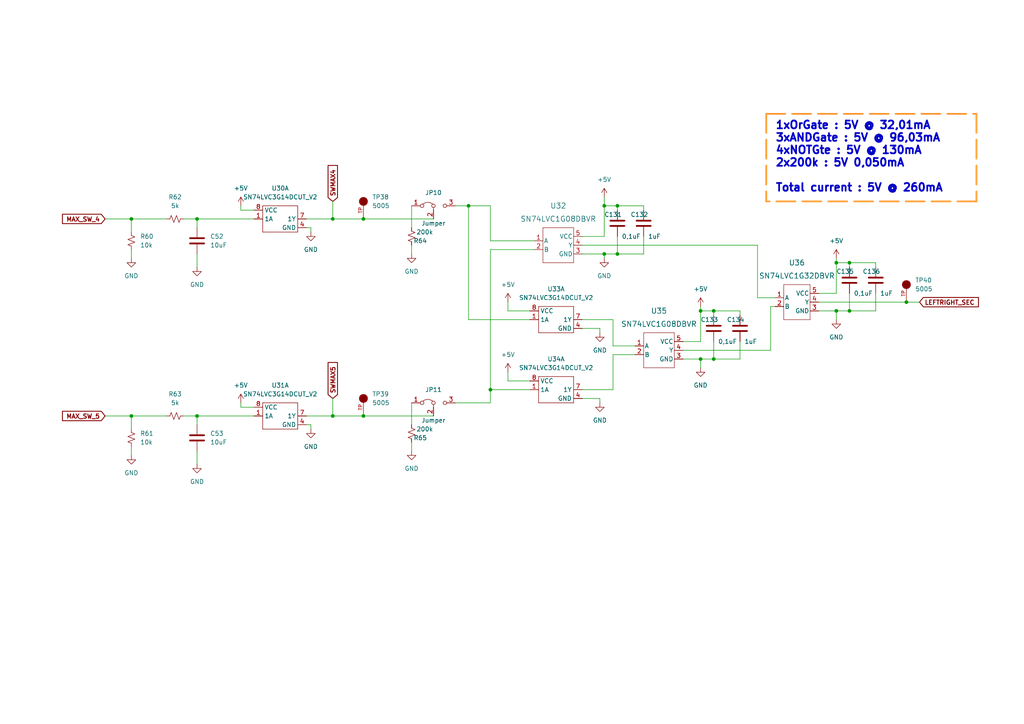
<source format=kicad_sch>
(kicad_sch (version 20211123) (generator eeschema)
  (paper "A4")
  (lib_symbols
    (symbol "Device:C" (pin_numbers hide) (pin_names (offset 0.254))
      (property "Reference" "C" (at 0.635 2.54 0))
      (property "Value" "C" (at 0.635 -2.54 0))
      (symbol "C_0_1"
        (polyline (pts (xy -2.032 -0.762) (xy 2.032 -0.762)) (stroke (width 0.508)))
        (polyline (pts (xy -2.032 0.762) (xy 2.032 0.762)) (stroke (width 0.508)))
      )
      (symbol "C_1_1"
        (pin passive line (at 0 3.81 270) (length 2.794) (name "~") (number "1"))
        (pin passive line (at 0 -3.81 90) (length 2.794) (name "~") (number "2"))
      )
    )
    (symbol "Device:R_Small_US" (pin_numbers hide) (pin_names (offset 0.254) hide)
      (property "Reference" "R" (at 0.762 0.508 0))
      (property "Value" "R_Small_US" (at 0.762 -1.016 0))
      (symbol "R_Small_US_1_1"
        (polyline (pts (xy 0 0) (xy 1.016 -0.381) (xy 0 -0.762) (xy -1.016 -1.143) (xy 0 -1.524)))
        (polyline (pts (xy 0 1.524) (xy 1.016 1.143) (xy 0 0.762) (xy -1.016 0.381) (xy 0 0)))
        (pin passive line (at 0 2.54 270) (length 1.016) (name "~") (number "1"))
        (pin passive line (at 0 -2.54 90) (length 1.016) (name "~") (number "2"))
      )
    )
    (symbol "Jumper:Jumper_3_Bridged12" (pin_names (offset 0) hide)
      (property "Reference" "JP" (at -2.54 -2.54 0))
      (property "Value" "Jumper_3_Bridged12" (at 0 2.794 0))
      (symbol "Jumper_3_Bridged12_0_0"
        (circle (center -3.302 0) (radius 0.508))
        (circle (center 0 0) (radius 0.508))
        (circle (center 3.302 0) (radius 0.508))
      )
      (symbol "Jumper_3_Bridged12_0_1"
        (arc (start -0.254 0.508) (mid -1.651 0.9912) (end -3.048 0.508))
        (polyline (pts (xy 0 -1.27) (xy 0 -0.508)))
      )
      (symbol "Jumper_3_Bridged12_1_1"
        (pin passive line (at -6.35 0 0) (length 2.54) (name "A") (number "1"))
        (pin passive line (at 0 -3.81 90) (length 2.54) (name "C") (number "2"))
        (pin passive line (at 6.35 0 180) (length 2.54) (name "B") (number "3"))
      )
    )
    (symbol "SymLib:5005" (pin_names (offset 1.016))
      (property "Reference" "TP" (at -2.54 2.54 0))
      (property "Value" "5005" (at -2.54 -3.81 0))
      (symbol "5005_0_0"
        (circle (center 0 0) (radius 0.635) (stroke (width 1.27)))
        (pin passive line (at -5.08 0 0) (length 5.08) (name "~") (number "TP"))
      )
    )
    (symbol "SymLib:SN74LVC1G08DBVR" (pin_names (offset 0.254))
      (property "Reference" "U" (at 25.4 10.16 0))
      (property "Value" "SN74LVC1G08DBVR" (at 25.4 7.62 0))
      (symbol "SN74LVC1G08DBVR_0_1"
        (polyline (pts (xy 20.32 -7.62) (xy 29.21 -7.62)) (stroke (width 0.127)))
        (polyline (pts (xy 20.32 2.54) (xy 20.32 -7.62)) (stroke (width 0.127)))
        (polyline (pts (xy 29.21 -7.62) (xy 29.21 2.54)) (stroke (width 0.127)))
        (polyline (pts (xy 29.21 2.54) (xy 20.32 2.54)) (stroke (width 0.127)))
        (pin input line (at 17.78 -1.27 0) (length 2.54) (name "A") (number "1"))
        (pin input line (at 17.78 -3.81 0) (length 2.54) (name "B") (number "2"))
        (pin power_in line (at 31.75 -5.08 180) (length 2.54) (name "GND") (number "3"))
        (pin output line (at 31.75 -2.54 180) (length 2.54) (name "Y") (number "4"))
        (pin power_in line (at 31.75 0 180) (length 2.54) (name "VCC") (number "5"))
      )
    )
    (symbol "SymLib:SN74LVC1G32DBVR" (pin_names (offset 0.254))
      (property "Reference" "U" (at 25.4 10.16 0))
      (property "Value" "SN74LVC1G32DBVR" (at 25.4 7.62 0))
      (symbol "SN74LVC1G32DBVR_0_1"
        (polyline (pts (xy 21.59 -7.62) (xy 29.21 -7.62)) (stroke (width 0.127)))
        (polyline (pts (xy 21.59 2.54) (xy 21.59 -7.62)) (stroke (width 0.127)))
        (polyline (pts (xy 29.21 -7.62) (xy 29.21 2.54)) (stroke (width 0.127)))
        (polyline (pts (xy 29.21 2.54) (xy 21.59 2.54)) (stroke (width 0.127)))
        (pin input line (at 19.05 -1.27 0) (length 2.54) (name "A") (number "1"))
        (pin input line (at 19.05 -3.81 0) (length 2.54) (name "B") (number "2"))
        (pin power_in line (at 31.75 -5.08 180) (length 2.54) (name "GND") (number "3"))
        (pin output line (at 31.75 -2.54 180) (length 2.54) (name "Y") (number "4"))
        (pin power_in line (at 31.75 0 180) (length 2.54) (name "VCC") (number "5"))
      )
    )
    (symbol "SymLib:SN74LVC3G14DCUT_V2"
      (property "Reference" "U" (at -3.81 5.08 0))
      (property "Value" "SN74LVC3G14DCUT_V2" (at 0 -5.08 0))
      (symbol "SN74LVC3G14DCUT_V2_0_1"
        (rectangle (start -5.08 -3.81) (end 5.08 -3.81))
        (rectangle (start -5.08 3.81) (end -5.08 -3.81))
        (rectangle (start -5.08 3.81) (end 5.08 3.81))
        (rectangle (start 5.08 3.81) (end 5.08 -3.81))
      )
      (symbol "SN74LVC3G14DCUT_V2_1_1"
        (pin bidirectional line (at -7.62 0 0) (length 2.54) (name "1A") (number "1"))
        (pin bidirectional line (at 7.62 -2.54 180) (length 2.54) (name "GND") (number "4"))
        (pin output line (at 7.62 0 180) (length 2.54) (name "1Y") (number "7"))
        (pin bidirectional line (at -7.62 2.54 0) (length 2.54) (name "VCC") (number "8"))
      )
      (symbol "SN74LVC3G14DCUT_V2_2_1"
        (pin bidirectional line (at -7.62 0 0) (length 2.54) (name "2A") (number "3"))
        (pin output line (at 7.62 0 180) (length 2.54) (name "2Y") (number "5"))
      )
      (symbol "SN74LVC3G14DCUT_V2_3_1"
        (pin output line (at 7.62 0 180) (length 2.54) (name "3Y") (number "2"))
        (pin bidirectional line (at -7.62 0 0) (length 2.54) (name "3A") (number "6"))
      )
    )
    (symbol "power:+5V" (power) (pin_names (offset 0))
      (property "Value" "+5V" (at 0 3.556 0))
      (symbol "+5V_0_1"
        (polyline (pts (xy -0.762 1.27) (xy 0 2.54)))
        (polyline (pts (xy 0 0) (xy 0 2.54)))
        (polyline (pts (xy 0 2.54) (xy 0.762 1.27)))
      )
      (symbol "+5V_1_1"
        (pin power_in line (at 0 0 90) (length 0) hide (name "+5V") (number "1"))
      )
    )
    (symbol "power:GND" (power) (pin_names (offset 0))
      (property "Value" "GND" (at 0 -3.81 0))
      (symbol "GND_0_1"
        (polyline (pts (xy 0 0) (xy 0 -1.27) (xy 1.27 -1.27) (xy 0 -2.54) (xy -1.27 -1.27) (xy 0 -1.27)))
      )
      (symbol "GND_1_1"
        (pin power_in line (at 0 0 270) (length 0) hide (name "GND") (number "1"))
      )
    )
  )
  (junction (at 38.1 63.5))
  (junction (at 38.1 120.65))
  (junction (at 246.38 90.17))
  (junction (at 179.07 59.69))
  (junction (at 203.2 104.14))
  (junction (at 203.2 90.17))
  (junction (at 96.52 120.65))
  (junction (at 242.57 76.2))
  (junction (at 175.26 73.66))
  (junction (at 207.01 104.14))
  (junction (at 262.89 87.63))
  (junction (at 175.26 59.69))
  (junction (at 207.01 90.17))
  (junction (at 135.89 59.69))
  (junction (at 57.15 120.65))
  (junction (at 57.15 63.5))
  (junction (at 242.57 90.17))
  (junction (at 179.07 73.66))
  (junction (at 105.41 63.5))
  (junction (at 246.38 76.2))
  (junction (at 142.24 113.03))
  (junction (at 96.52 63.5))
  (junction (at 105.41 120.65))
  (wire (pts (xy 38.1 72.39) (xy 38.1 74.93)))
  (wire (pts (xy 135.89 59.69) (xy 142.24 59.69)))
  (wire (pts (xy 88.9 63.5) (xy 96.52 63.5)))
  (wire (pts (xy 38.1 63.5) (xy 48.26 63.5)))
  (wire (pts (xy 203.2 104.14) (xy 198.12 104.14)))
  (wire (pts (xy 119.38 128.27) (xy 119.38 130.81)))
  (wire (pts (xy 246.38 90.17) (xy 254 90.17)))
  (wire (pts (xy 69.85 116.84) (xy 69.85 118.11)))
  (wire (pts (xy 168.91 92.71) (xy 177.8 92.71)))
  (wire (pts (xy 186.69 60.96) (xy 186.69 59.69)))
  (wire (pts (xy 142.24 113.03) (xy 153.67 113.03)))
  (wire (pts (xy 38.1 120.65) (xy 38.1 124.46)))
  (wire (pts (xy 69.85 59.69) (xy 69.85 60.96)))
  (wire (pts (xy 179.07 68.58) (xy 179.07 73.66)))
  (wire (pts (xy 96.52 115.57) (xy 96.52 120.65)))
  (wire (pts (xy 57.15 120.65) (xy 57.15 123.19)))
  (wire (pts (xy 173.99 95.25) (xy 173.99 96.52)))
  (wire (pts (xy 88.9 66.04) (xy 90.17 66.04)))
  (wire (pts (xy 179.07 73.66) (xy 175.26 73.66)))
  (wire (pts (xy 132.08 59.69) (xy 135.89 59.69)))
  (wire (pts (xy 203.2 90.17) (xy 203.2 99.06)))
  (wire (pts (xy 96.52 120.65) (xy 105.41 120.65)))
  (wire (pts (xy 254 85.09) (xy 254 90.17)))
  (wire (pts (xy 175.26 57.15) (xy 175.26 59.69)))
  (polyline (pts (xy 222.25 33.02) (xy 283.21 33.02)) (stroke (width 0.5) (type dash) (color 255 148 44 1)))
  (wire (pts (xy 242.57 85.09) (xy 237.49 85.09)))
  (wire (pts (xy 105.41 63.5) (xy 125.73 63.5)))
  (wire (pts (xy 105.41 120.65) (xy 125.73 120.65)))
  (wire (pts (xy 186.69 68.58) (xy 186.69 73.66)))
  (wire (pts (xy 88.9 123.19) (xy 90.17 123.19)))
  (wire (pts (xy 177.8 100.33) (xy 184.15 100.33)))
  (wire (pts (xy 135.89 59.69) (xy 135.89 92.71)))
  (wire (pts (xy 53.34 120.65) (xy 57.15 120.65)))
  (wire (pts (xy 242.57 92.71) (xy 242.57 90.17)))
  (wire (pts (xy 135.89 92.71) (xy 153.67 92.71)))
  (wire (pts (xy 246.38 90.17) (xy 242.57 90.17)))
  (wire (pts (xy 142.24 69.85) (xy 154.94 69.85)))
  (wire (pts (xy 168.91 115.57) (xy 173.99 115.57)))
  (wire (pts (xy 88.9 120.65) (xy 96.52 120.65)))
  (wire (pts (xy 30.48 120.65) (xy 38.1 120.65)))
  (wire (pts (xy 57.15 63.5) (xy 73.66 63.5)))
  (wire (pts (xy 177.8 113.03) (xy 177.8 102.87)))
  (polyline (pts (xy 222.25 33.02) (xy 222.25 58.42)) (stroke (width 0.5) (type dash) (color 255 148 44 1)))
  (wire (pts (xy 207.01 91.44) (xy 207.01 90.17)))
  (polyline (pts (xy 283.21 33.02) (xy 283.21 58.42)) (stroke (width 0.5) (type dash) (color 255 148 44 1)))
  (wire (pts (xy 53.34 63.5) (xy 57.15 63.5)))
  (wire (pts (xy 90.17 67.31) (xy 90.17 66.04)))
  (wire (pts (xy 224.79 88.9) (xy 223.52 88.9)))
  (wire (pts (xy 219.71 86.36) (xy 224.79 86.36)))
  (wire (pts (xy 242.57 76.2) (xy 246.38 76.2)))
  (wire (pts (xy 246.38 85.09) (xy 246.38 90.17)))
  (wire (pts (xy 96.52 63.5) (xy 105.41 63.5)))
  (wire (pts (xy 242.57 76.2) (xy 242.57 85.09)))
  (wire (pts (xy 147.32 90.17) (xy 153.67 90.17)))
  (wire (pts (xy 179.07 73.66) (xy 186.69 73.66)))
  (wire (pts (xy 147.32 107.95) (xy 147.32 110.49)))
  (polyline (pts (xy 283.21 58.42) (xy 222.25 58.42)) (stroke (width 0.5) (type dash) (color 255 148 44 1)))
  (wire (pts (xy 177.8 92.71) (xy 177.8 100.33)))
  (wire (pts (xy 142.24 72.39) (xy 154.94 72.39)))
  (wire (pts (xy 242.57 90.17) (xy 237.49 90.17)))
  (wire (pts (xy 90.17 124.46) (xy 90.17 123.19)))
  (wire (pts (xy 168.91 71.12) (xy 219.71 71.12)))
  (wire (pts (xy 214.63 90.17) (xy 207.01 90.17)))
  (wire (pts (xy 119.38 59.69) (xy 119.38 66.04)))
  (wire (pts (xy 214.63 91.44) (xy 214.63 90.17)))
  (wire (pts (xy 57.15 63.5) (xy 57.15 66.04)))
  (wire (pts (xy 168.91 95.25) (xy 173.99 95.25)))
  (wire (pts (xy 96.52 58.42) (xy 96.52 63.5)))
  (wire (pts (xy 30.48 63.5) (xy 38.1 63.5)))
  (wire (pts (xy 175.26 59.69) (xy 175.26 68.58)))
  (wire (pts (xy 177.8 102.87) (xy 184.15 102.87)))
  (wire (pts (xy 186.69 59.69) (xy 179.07 59.69)))
  (wire (pts (xy 119.38 71.12) (xy 119.38 73.66)))
  (wire (pts (xy 173.99 115.57) (xy 173.99 116.84)))
  (wire (pts (xy 73.66 60.96) (xy 69.85 60.96)))
  (wire (pts (xy 219.71 71.12) (xy 219.71 86.36)))
  (wire (pts (xy 254 77.47) (xy 254 76.2)))
  (wire (pts (xy 207.01 104.14) (xy 214.63 104.14)))
  (wire (pts (xy 168.91 73.66) (xy 175.26 73.66)))
  (wire (pts (xy 242.57 74.93) (xy 242.57 76.2)))
  (wire (pts (xy 175.26 59.69) (xy 179.07 59.69)))
  (wire (pts (xy 223.52 88.9) (xy 223.52 101.6)))
  (wire (pts (xy 203.2 99.06) (xy 198.12 99.06)))
  (wire (pts (xy 223.52 101.6) (xy 198.12 101.6)))
  (wire (pts (xy 246.38 77.47) (xy 246.38 76.2)))
  (wire (pts (xy 175.26 73.66) (xy 175.26 74.93)))
  (wire (pts (xy 203.2 106.68) (xy 203.2 104.14)))
  (wire (pts (xy 254 76.2) (xy 246.38 76.2)))
  (wire (pts (xy 119.38 116.84) (xy 119.38 123.19)))
  (wire (pts (xy 168.91 113.03) (xy 177.8 113.03)))
  (wire (pts (xy 207.01 99.06) (xy 207.01 104.14)))
  (wire (pts (xy 142.24 59.69) (xy 142.24 69.85)))
  (wire (pts (xy 179.07 60.96) (xy 179.07 59.69)))
  (wire (pts (xy 57.15 73.66) (xy 57.15 77.47)))
  (wire (pts (xy 57.15 120.65) (xy 73.66 120.65)))
  (wire (pts (xy 38.1 129.54) (xy 38.1 132.08)))
  (wire (pts (xy 132.08 116.84) (xy 142.24 116.84)))
  (wire (pts (xy 214.63 99.06) (xy 214.63 104.14)))
  (wire (pts (xy 203.2 90.17) (xy 207.01 90.17)))
  (wire (pts (xy 57.15 130.81) (xy 57.15 134.62)))
  (wire (pts (xy 175.26 68.58) (xy 168.91 68.58)))
  (wire (pts (xy 142.24 113.03) (xy 142.24 72.39)))
  (wire (pts (xy 142.24 116.84) (xy 142.24 113.03)))
  (wire (pts (xy 73.66 118.11) (xy 69.85 118.11)))
  (wire (pts (xy 237.49 87.63) (xy 262.89 87.63)))
  (wire (pts (xy 147.32 87.63) (xy 147.32 90.17)))
  (wire (pts (xy 207.01 104.14) (xy 203.2 104.14)))
  (wire (pts (xy 147.32 110.49) (xy 153.67 110.49)))
  (wire (pts (xy 38.1 63.5) (xy 38.1 67.31)))
  (wire (pts (xy 262.89 87.63) (xy 266.7 87.63)))
  (wire (pts (xy 203.2 88.9) (xy 203.2 90.17)))
  (wire (pts (xy 38.1 120.65) (xy 48.26 120.65)))
  (text "1xOrGate : 5V @ 32,01mA\n3xANDGate : 5V @ 96,03mA\n4xNOTGte : 5V @ 130mA\n2x200k : 5V 0,050mA\n\nTotal current : 5V @ 260mA" (at 224.79 55.88 0) (effects (font (size 2.25 2.25) (thickness 0.5) bold) (justify left bottom)))
  (global_label "MAX_SW_5" (shape input) (at 30.48 120.65 180) (effects (font (thickness 0.254) bold)) (property "Intersheet References" "${INTERSHEET_REFS}" (effects hide)))
  (global_label "MAX_SW_4" (shape input) (at 30.48 63.5 180) (effects (font (thickness 0.254) bold)) (property "Intersheet References" "${INTERSHEET_REFS}" (effects hide)))
  (global_label "SWMAX4" (shape input) (at 96.52 58.42 90) (effects (font (thickness 0.254) bold)) (property "Intersheet References" "${INTERSHEET_REFS}" (effects hide)))
  (global_label "LEFTRIGHT_SEC" (shape input) (at 266.7 87.63 0) (effects (font (thickness 0.254) bold)) (property "Intersheet References" "${INTERSHEET_REFS}" (effects hide)))
  (global_label "SWMAX5" (shape input) (at 96.52 115.57 90) (effects (font (thickness 0.254) bold)) (property "Intersheet References" "${INTERSHEET_REFS}" (effects hide)))
  (symbol (lib_id "Device:C") (at 207.01 95.25 0) (unit 1)
    (property "Reference" "C133" (at 203.2 92.71 0) (effects (justify left)))
    (property "Value" "0,1uF" (at 208.28 99.06 0) (effects (justify left)))
    (property "Footprint" "Capacitor_SMD:C_0603_1608Metric" (effects hide))
  )
  (symbol (lib_id "SymLib:5005") (at 105.41 58.42 90) (unit 1)
    (property "Reference" "TP38" (at 107.95 57.1499 90) (effects (justify right)))
    (property "Value" "5005" (at 107.95 59.6899 90) (effects (justify right)))
    (property "Footprint" "FootPrint:KEYSTONE_5005" (effects hide))
    (property "MF" "Keystone Electronics" (effects hide))
    (property "DESCRIPTION" "Compact THM Test Point -Red" (effects hide))
    (property "PACKAGE" "NON STANDARD-1 Keystone" (effects hide))
    (property "PRICE" "None" (effects hide))
    (property "MP" "5005" (effects hide))
    (property "AVAILABILITY" "In Stock" (effects hide))
    (property "PURCHASE-URL" "https://pricing.snapeda.com/search/part/5005/?ref=eda" (effects hide))
  )
  (symbol (lib_id "power:GND") (at 119.38 130.81 0) (unit 1)
    (property "Reference" "#PWR0237" (effects hide))
    (property "Value" "GND" (at 119.38 135.89 0))
  )
  (symbol (lib_id "Device:C") (at 57.15 69.85 0) (unit 1)
    (property "Reference" "C52" (at 60.96 68.5799 0) (effects (justify left)))
    (property "Value" "10uF" (at 60.96 71.1199 0) (effects (justify left)))
    (property "Footprint" "Capacitor_SMD:C_0603_1608Metric" (effects hide))
  )
  (symbol (lib_id "power:+5V") (at 242.57 74.93 0) (unit 1)
    (property "Reference" "#PWR0247" (effects hide))
    (property "Value" "+5V" (at 242.57 69.85 0))
  )
  (symbol (lib_id "SymLib:5005") (at 105.41 115.57 90) (unit 1)
    (property "Reference" "TP39" (at 107.95 114.2999 90) (effects (justify right)))
    (property "Value" "5005" (at 107.95 116.8399 90) (effects (justify right)))
    (property "Footprint" "FootPrint:KEYSTONE_5005" (effects hide))
    (property "MF" "Keystone Electronics" (effects hide))
    (property "DESCRIPTION" "Compact THM Test Point -Red" (effects hide))
    (property "PACKAGE" "NON STANDARD-1 Keystone" (effects hide))
    (property "PRICE" "None" (effects hide))
    (property "MP" "5005" (effects hide))
    (property "AVAILABILITY" "In Stock" (effects hide))
    (property "PURCHASE-URL" "https://pricing.snapeda.com/search/part/5005/?ref=eda" (effects hide))
  )
  (symbol (lib_id "Device:R_Small_US") (at 38.1 69.85 0) (unit 1)
    (property "Reference" "R60" (at 40.64 68.5799 0) (effects (justify left)))
    (property "Value" "10k" (at 40.64 71.1199 0) (effects (justify left)))
    (property "Footprint" "Resistor_SMD:R_0603_1608Metric" (effects hide))
  )
  (symbol (lib_id "SymLib:SN74LVC1G08DBVR") (at 137.16 68.58 0) (unit 1)
    (property "Reference" "U32" (at 161.925 59.69 0) (effects (font (size 1.524 1.524))))
    (property "Value" "SN74LVC1G08DBVR" (at 161.925 63.5 0) (effects (font (size 1.524 1.524))))
    (property "Footprint" "FootPrint:SOT95P270X145-5N" (effects hide))
  )
  (symbol (lib_id "power:+5V") (at 147.32 87.63 0) (unit 1)
    (property "Reference" "#PWR0238" (effects hide))
    (property "Value" "+5V" (at 147.32 82.55 0))
  )
  (symbol (lib_id "SymLib:SN74LVC3G14DCUT_V2") (at 81.28 63.5 0) (unit 1)
    (property "Reference" "U30" (at 81.28 54.61 0))
    (property "Value" "SN74LVC3G14DCUT_V2" (at 81.28 57.15 0))
    (property "Footprint" "FootPrint:SN74LVC3G14DCUT" (effects hide))
  )
  (symbol (lib_id "power:GND") (at 57.15 134.62 0) (unit 1)
    (property "Reference" "#PWR0231" (effects hide))
    (property "Value" "GND" (at 57.15 139.7 0))
  )
  (symbol (lib_id "Device:C") (at 246.38 81.28 0) (unit 1)
    (property "Reference" "C135" (at 242.57 78.74 0) (effects (justify left)))
    (property "Value" "0,1uF" (at 247.65 85.09 0) (effects (justify left)))
    (property "Footprint" "Capacitor_SMD:C_0603_1608Metric" (effects hide))
  )
  (symbol (lib_id "power:GND") (at 173.99 116.84 0) (unit 1)
    (property "Reference" "#PWR0242" (effects hide))
    (property "Value" "GND" (at 173.99 121.92 0))
  )
  (symbol (lib_id "SymLib:5005") (at 262.89 82.55 90) (unit 1)
    (property "Reference" "TP40" (at 265.43 81.2799 90) (effects (justify right)))
    (property "Value" "5005" (at 265.43 83.8199 90) (effects (justify right)))
    (property "Footprint" "FootPrint:KEYSTONE_5005" (effects hide))
    (property "MF" "Keystone Electronics" (effects hide))
    (property "DESCRIPTION" "Compact THM Test Point -Red" (effects hide))
    (property "PACKAGE" "NON STANDARD-1 Keystone" (effects hide))
    (property "PRICE" "None" (effects hide))
    (property "MP" "5005" (effects hide))
    (property "AVAILABILITY" "In Stock" (effects hide))
    (property "PURCHASE-URL" "https://pricing.snapeda.com/search/part/5005/?ref=eda" (effects hide))
  )
  (symbol (lib_id "power:+5V") (at 69.85 59.69 0) (unit 1)
    (property "Reference" "#PWR0232" (effects hide))
    (property "Value" "+5V" (at 69.85 54.61 0))
  )
  (symbol (lib_id "Device:C") (at 186.69 64.77 0) (unit 1)
    (property "Reference" "C132" (at 182.88 62.23 0) (effects (justify left)))
    (property "Value" "1uF" (at 187.96 68.58 0) (effects (justify left)))
    (property "Footprint" "Capacitor_SMD:C_0603_1608Metric" (effects hide))
  )
  (symbol (lib_id "SymLib:SN74LVC3G14DCUT_V2") (at 81.28 120.65 0) (unit 1)
    (property "Reference" "U31" (at 81.28 111.76 0))
    (property "Value" "SN74LVC3G14DCUT_V2" (at 81.28 114.3 0))
    (property "Footprint" "FootPrint:SN74LVC3G14DCUT" (effects hide))
  )
  (symbol (lib_id "Device:R_Small_US") (at 38.1 127 0) (unit 1)
    (property "Reference" "R61" (at 40.64 125.7299 0) (effects (justify left)))
    (property "Value" "10k" (at 40.64 128.2699 0) (effects (justify left)))
    (property "Footprint" "Resistor_SMD:R_0603_1608Metric" (effects hide))
  )
  (symbol (lib_id "SymLib:SN74LVC3G14DCUT_V2") (at 161.29 113.03 0) (unit 1)
    (property "Reference" "U34" (at 161.29 104.14 0))
    (property "Value" "SN74LVC3G14DCUT_V2" (at 161.29 106.68 0))
    (property "Footprint" "FootPrint:SN74LVC3G14DCUT" (effects hide))
  )
  (symbol (lib_id "Device:C") (at 254 81.28 0) (unit 1)
    (property "Reference" "C136" (at 250.19 78.74 0) (effects (justify left)))
    (property "Value" "1uF" (at 255.27 85.09 0) (effects (justify left)))
    (property "Footprint" "Capacitor_SMD:C_0603_1608Metric" (effects hide))
  )
  (symbol (lib_id "Device:C") (at 214.63 95.25 0) (unit 1)
    (property "Reference" "C134" (at 210.82 92.71 0) (effects (justify left)))
    (property "Value" "1uF" (at 215.9 99.06 0) (effects (justify left)))
    (property "Footprint" "Capacitor_SMD:C_0603_1608Metric" (effects hide))
  )
  (symbol (lib_id "SymLib:SN74LVC3G14DCUT_V2") (at 161.29 92.71 0) (unit 1)
    (property "Reference" "U33" (at 161.29 83.82 0))
    (property "Value" "SN74LVC3G14DCUT_V2" (at 161.29 86.36 0))
    (property "Footprint" "FootPrint:SN74LVC3G14DCUT" (effects hide))
  )
  (symbol (lib_id "SymLib:SN74LVC1G08DBVR") (at 166.37 99.06 0) (unit 1)
    (property "Reference" "U35" (at 191.135 90.17 0) (effects (font (size 1.524 1.524))))
    (property "Value" "SN74LVC1G08DBVR" (at 191.135 93.98 0) (effects (font (size 1.524 1.524))))
    (property "Footprint" "FootPrint:SOT95P270X145-5N" (effects hide))
  )
  (symbol (lib_id "Device:R_Small_US") (at 119.38 125.73 0) (unit 1)
    (property "Reference" "R65" (at 121.92 127 0))
    (property "Value" "200k" (at 123.19 124.46 0))
    (property "Footprint" "Resistor_SMD:R_0603_1608Metric" (effects hide))
  )
  (symbol (lib_id "power:GND") (at 90.17 124.46 0) (unit 1)
    (property "Reference" "#PWR0235" (effects hide))
    (property "Value" "GND" (at 90.17 129.54 0))
  )
  (symbol (lib_id "Device:R_Small_US") (at 50.8 63.5 90) (unit 1)
    (property "Reference" "R62" (at 50.8 57.15 90))
    (property "Value" "5k" (at 50.8 59.69 90))
    (property "Footprint" "Resistor_SMD:R_0603_1608Metric" (effects hide))
  )
  (symbol (lib_id "power:+5V") (at 175.26 57.15 0) (unit 1)
    (property "Reference" "#PWR0243" (effects hide))
    (property "Value" "+5V" (at 175.26 52.07 0))
  )
  (symbol (lib_id "Device:C") (at 179.07 64.77 0) (unit 1)
    (property "Reference" "C131" (at 175.26 62.23 0) (effects (justify left)))
    (property "Value" "0,1uF" (at 180.34 68.58 0) (effects (justify left)))
    (property "Footprint" "Capacitor_SMD:C_0603_1608Metric" (effects hide))
  )
  (symbol (lib_id "Device:C") (at 57.15 127 0) (unit 1)
    (property "Reference" "C53" (at 60.96 125.7299 0) (effects (justify left)))
    (property "Value" "10uF" (at 60.96 128.2699 0) (effects (justify left)))
    (property "Footprint" "Capacitor_SMD:C_0603_1608Metric" (effects hide))
  )
  (symbol (lib_id "Device:R_Small_US") (at 50.8 120.65 90) (unit 1)
    (property "Reference" "R63" (at 50.8 114.3 90))
    (property "Value" "5k" (at 50.8 116.84 90))
    (property "Footprint" "Resistor_SMD:R_0603_1608Metric" (effects hide))
  )
  (symbol (lib_id "Device:R_Small_US") (at 119.38 68.58 0) (unit 1)
    (property "Reference" "R64" (at 121.92 69.85 0))
    (property "Value" "200k" (at 123.19 67.31 0))
    (property "Footprint" "Resistor_SMD:R_0603_1608Metric" (effects hide))
  )
  (symbol (lib_id "power:+5V") (at 147.32 107.95 0) (unit 1)
    (property "Reference" "#PWR0239" (effects hide))
    (property "Value" "+5V" (at 147.32 102.87 0))
  )
  (symbol (lib_id "power:GND") (at 38.1 132.08 0) (unit 1)
    (property "Reference" "#PWR0229" (effects hide))
    (property "Value" "GND" (at 38.1 137.16 0))
  )
  (symbol (lib_id "power:GND") (at 57.15 77.47 0) (unit 1)
    (property "Reference" "#PWR0230" (effects hide))
    (property "Value" "GND" (at 57.15 82.55 0))
  )
  (symbol (lib_id "power:GND") (at 173.99 96.52 0) (unit 1)
    (property "Reference" "#PWR0241" (effects hide))
    (property "Value" "GND" (at 173.99 101.6 0))
  )
  (symbol (lib_id "power:GND") (at 119.38 73.66 0) (unit 1)
    (property "Reference" "#PWR0236" (effects hide))
    (property "Value" "GND" (at 119.38 78.74 0))
  )
  (symbol (lib_id "Jumper:Jumper_3_Bridged12") (at 125.73 116.84 0) (unit 1)
    (property "Reference" "JP11" (at 125.73 113.03 0))
    (property "Value" "Jumper" (at 125.73 121.92 0))
    (property "Footprint" "Connector_PinHeader_2.54mm:PinHeader_1x03_P2.54mm_Vertical" (effects hide))
  )
  (symbol (lib_id "power:GND") (at 175.26 74.93 0) (unit 1)
    (property "Reference" "#PWR0240" (effects hide))
    (property "Value" "GND" (at 175.26 80.01 0))
  )
  (symbol (lib_id "SymLib:SN74LVC1G32DBVR") (at 205.74 85.09 0) (unit 1)
    (property "Reference" "U36" (at 231.14 76.2 0) (effects (font (size 1.524 1.524))))
    (property "Value" "SN74LVC1G32DBVR" (at 231.14 80.01 0) (effects (font (size 1.524 1.524))))
    (property "Footprint" "FootPrint:SOT95P270X145-5N" (effects hide))
  )
  (symbol (lib_id "power:+5V") (at 203.2 88.9 0) (unit 1)
    (property "Reference" "#PWR0244" (effects hide))
    (property "Value" "+5V" (at 203.2 83.82 0))
  )
  (symbol (lib_id "power:GND") (at 203.2 106.68 0) (unit 1)
    (property "Reference" "#PWR0245" (effects hide))
    (property "Value" "GND" (at 203.2 111.76 0))
  )
  (symbol (lib_id "Jumper:Jumper_3_Bridged12") (at 125.73 59.69 0) (unit 1)
    (property "Reference" "JP10" (at 125.73 55.88 0))
    (property "Value" "Jumper" (at 125.73 64.77 0))
    (property "Footprint" "Connector_PinHeader_2.54mm:PinHeader_1x03_P2.54mm_Vertical" (effects hide))
  )
  (symbol (lib_id "power:GND") (at 90.17 67.31 0) (unit 1)
    (property "Reference" "#PWR0234" (effects hide))
    (property "Value" "GND" (at 90.17 72.39 0))
  )
  (symbol (lib_id "power:GND") (at 242.57 92.71 0) (unit 1)
    (property "Reference" "#PWR0246" (effects hide))
    (property "Value" "GND" (at 242.57 97.79 0))
  )
  (symbol (lib_id "power:GND") (at 38.1 74.93 0) (unit 1)
    (property "Reference" "#PWR0228" (effects hide))
    (property "Value" "GND" (at 38.1 80.01 0))
  )
  (symbol (lib_id "power:+5V") (at 69.85 116.84 0) (unit 1)
    (property "Reference" "#PWR0233" (effects hide))
    (property "Value" "+5V" (at 69.85 111.76 0))
  )
)
</source>
